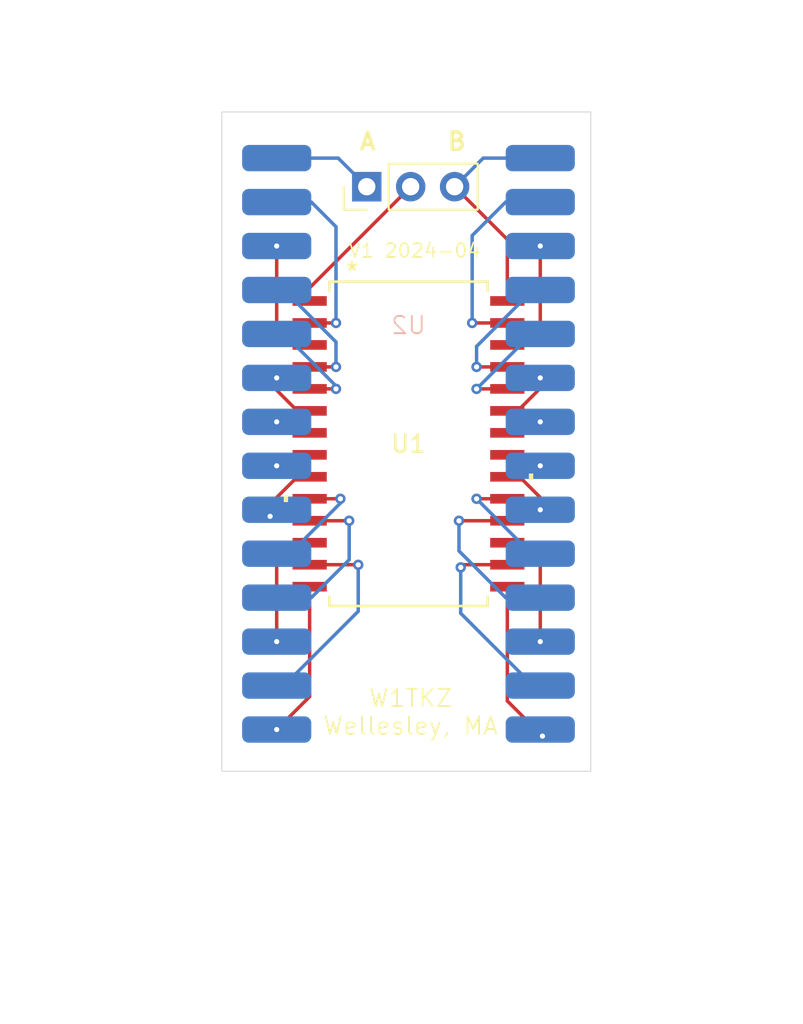
<source format=kicad_pcb>
(kicad_pcb (version 20240108) (generator "pcbnew") (generator_version "8.0")
  (title_block (title "DS1643/4 to M48T35 Adaptor Board") (date "2024-04-13") (rev "1") (company "Wellesley Amateur Radio Society W1TKZ") (comment 1 "Copyright (c) 2024 - NOT FOR COMMERCIAL USE") (comment 2 "Contact Bruce MacKinnon KC1FSZ and Dan Brown W1DAN"))
  (layers (0 "F.Cu" signal) (31 "B.Cu" signal) (34 "B.Paste" user) (35 "F.Paste" user) (36 "B.SilkS" user "B.Silkscreen") (37 "F.SilkS" user "F.Silkscreen") (38 "B.Mask" user) (39 "F.Mask" user) (44 "Edge.Cuts" user))
  (net 0 "")
  (net 1 "Net-(J3-Pin_2)")
  (net 2 "P28")
  (net 3 "Net-(J3-Pin_1)")
  (net 4 "Net-(U1-A1)")
  (net 5 "Net-(U1-A12)")
  (net 6 "P21")
  (net 7 "P24")
  (net 8 "Net-(U1-DQ0)")
  (net 9 "P27")
  (net 10 "P19")
  (net 11 "P26")
  (net 12 "Net-(U1-A5)")
  (net 13 "Net-(U1-A2)")
  (net 14 "P22")
  (net 15 "Net-(U1-A7)")
  (net 16 "P15")
  (net 17 "P25")
  (net 18 "Net-(U1-DQ2)")
  (net 19 "P20")
  (net 20 "P16")
  (net 21 "P17")
  (net 22 "Net-(U1-A6)")
  (net 23 "Net-(U1-A3)")
  (net 24 "P18")
  (net 25 "Net-(U1-A0)")
  (net 26 "Net-(U1-DQ1)")
  (net 27 "P23")
  (net 28 "Net-(U1-A4)")
  (net 29 "Net-(U1-VSS)")
  (footprint "Connector_PinHeader_2.54mm:PinHeader_1x03_P2.54mm_Vertical" (layer "F.Cu") (at 134.598 82.338 90)
    (property "Reference" "J3" (hide yes))
    (property "Value" "Conn_01x03" (hide yes))
    (fp_line (start -1.33 -1.33) (end 0 -1.33) (stroke (width 0.12)) (layer "F.SilkS"))
    (fp_line (start -1.33 0) (end -1.33 -1.33) (stroke (width 0.12)) (layer "F.SilkS"))
    (fp_line (start 1.33 1.27) (end 1.33 6.41) (stroke (width 0.12)) (layer "F.SilkS"))
    (fp_line (start -1.33 1.27) (end 1.33 1.27) (stroke (width 0.12)) (layer "F.SilkS"))
    (fp_line (start -1.33 1.27) (end -1.33 6.41) (stroke (width 0.12)) (layer "F.SilkS"))
    (fp_line (start -1.33 6.41) (end 1.33 6.41) (stroke (width 0.12)) (layer "F.SilkS"))
    (pad "1" thru_hole rect (at 0 0 90) (size 1.7 1.7) (drill 1) (layers "*.Cu" "*.Mask") (net 3 "Net-(J3-Pin_1)"))
    (pad "2" thru_hole oval (at 0 2.54 90) (size 1.7 1.7) (drill 1) (layers "*.Cu" "*.Mask") (net 1 "Net-(J3-Pin_2)"))
    (pad "3" thru_hole oval (at 0 5.08 90) (size 1.7 1.7) (drill 1) (layers "*.Cu" "*.Mask") (net 2 "P28"))
  )
  (footprint "bruce-footprints:SOH28_STM" (layer "F.Cu") (at 137.011 97.197)
    (property "Reference" "U1" (at 0 0 0) (layer "F.SilkS"))
    (property "Value" "M48T35Y-70MH1F")
    (fp_line (start -4.572 -9.3726) (end -4.572 -8.830187) (stroke (width 0.1524)) (layer "F.SilkS"))
    (fp_line (start -4.572 8.830187) (end -4.572 9.3726) (stroke (width 0.1524)) (layer "F.SilkS"))
    (fp_line (start -4.572 9.3726) (end 4.572 9.3726) (stroke (width 0.1524)) (layer "F.SilkS"))
    (fp_line (start 4.572 -9.3726) (end -4.572 -9.3726) (stroke (width 0.1524)) (layer "F.SilkS"))
    (fp_line (start 4.572 -8.830187) (end 4.572 -9.3726) (stroke (width 0.1524)) (layer "F.SilkS"))
    (fp_line (start 4.572 9.3726) (end 4.572 8.830187) (stroke (width 0.1524)) (layer "F.SilkS"))
    (fp_poly (pts (xy -7.2136 2.9845) (xy -7.2136 3.3655) (xy -6.9596 3.3655) (xy -6.9596 2.9845)) (fill solid) (layer "F.SilkS"))
    (fp_poly (pts (xy 7.2136 1.7145) (xy 7.2136 2.0955) (xy 6.9596 2.0955) (xy 6.9596 1.7145)) (fill solid) (layer "F.SilkS"))
    (fp_text user "*" (at -3.261 -9.947 0) (layer "F.SilkS"))
    (pad "1" smd rect (at -5.715 -8.255) (size 1.9812 0.5588) (layers "F.Cu" "F.Paste" "F.Mask") (net 1 "Net-(J3-Pin_2)"))
    (pad "2" smd rect (at -5.715 -6.985) (size 1.9812 0.5588) (layers "F.Cu" "F.Paste" "F.Mask") (net 5 "Net-(U1-A12)"))
    (pad "3" smd rect (at -5.715 -5.715) (size 1.9812 0.5588) (layers "F.Cu" "F.Paste" "F.Mask") (net 15 "Net-(U1-A7)"))
    (pad "4" smd rect (at -5.715 -4.445) (size 1.9812 0.5588) (layers "F.Cu" "F.Paste" "F.Mask") (net 22 "Net-(U1-A6)"))
    (pad "5" smd rect (at -5.715 -3.175) (size 1.9812 0.5588) (layers "F.Cu" "F.Paste" "F.Mask") (net 12 "Net-(U1-A5)"))
    (pad "6" smd rect (at -5.715 -1.905) (size 1.9812 0.5588) (layers "F.Cu" "F.Paste" "F.Mask") (net 28 "Net-(U1-A4)"))
    (pad "7" smd rect (at -5.715 -0.635) (size 1.9812 0.5588) (layers "F.Cu" "F.Paste" "F.Mask") (net 23 "Net-(U1-A3)"))
    (pad "8" smd rect (at -5.715 0.635) (size 1.9812 0.5588) (layers "F.Cu" "F.Paste" "F.Mask") (net 13 "Net-(U1-A2)"))
    (pad "9" smd rect (at -5.715 1.905) (size 1.9812 0.5588) (layers "F.Cu" "F.Paste" "F.Mask") (net 4 "Net-(U1-A1)"))
    (pad "10" smd rect (at -5.715 3.175) (size 1.9812 0.5588) (layers "F.Cu" "F.Paste" "F.Mask") (net 25 "Net-(U1-A0)"))
    (pad "11" smd rect (at -5.715 4.445) (size 1.9812 0.5588) (layers "F.Cu" "F.Paste" "F.Mask") (net 8 "Net-(U1-DQ0)"))
    (pad "12" smd rect (at -5.715 5.715) (size 1.9812 0.5588) (layers "F.Cu" "F.Paste" "F.Mask") (net 26 "Net-(U1-DQ1)"))
    (pad "13" smd rect (at -5.715 6.985) (size 1.9812 0.5588) (layers "F.Cu" "F.Paste" "F.Mask") (net 18 "Net-(U1-DQ2)"))
    (pad "14" smd rect (at -5.715 8.255) (size 1.9812 0.5588) (layers "F.Cu" "F.Paste" "F.Mask") (net 29 "Net-(U1-VSS)"))
    (pad "15" smd rect (at 5.715 8.255) (size 1.9812 0.5588) (layers "F.Cu" "F.Paste" "F.Mask") (net 16 "P15"))
    (pad "16" smd rect (at 5.715 6.985) (size 1.9812 0.5588) (layers "F.Cu" "F.Paste" "F.Mask") (net 20 "P16"))
    (pad "17" smd rect (at 5.715 5.715) (size 1.9812 0.5588) (layers "F.Cu" "F.Paste" "F.Mask") (net 21 "P17"))
    (pad "18" smd rect (at 5.715 4.445) (size 1.9812 0.5588) (layers "F.Cu" "F.Paste" "F.Mask") (net 24 "P18"))
    (pad "19" smd rect (at 5.715 3.175) (size 1.9812 0.5588) (layers "F.Cu" "F.Paste" "F.Mask") (net 10 "P19"))
    (pad "20" smd rect (at 5.715 1.905) (size 1.9812 0.5588) (layers "F.Cu" "F.Paste" "F.Mask") (net 19 "P20"))
    (pad "21" smd rect (at 5.715 0.635) (size 1.9812 0.5588) (layers "F.Cu" "F.Paste" "F.Mask") (net 6 "P21"))
    (pad "22" smd rect (at 5.715 -0.635) (size 1.9812 0.5588) (layers "F.Cu" "F.Paste" "F.Mask") (net 14 "P22"))
    (pad "23" smd rect (at 5.715 -1.905) (size 1.9812 0.5588) (layers "F.Cu" "F.Paste" "F.Mask") (net 27 "P23"))
    (pad "24" smd rect (at 5.715 -3.175) (size 1.9812 0.5588) (layers "F.Cu" "F.Paste" "F.Mask") (net 7 "P24"))
    (pad "25" smd rect (at 5.715 -4.445) (size 1.9812 0.5588) (layers "F.Cu" "F.Paste" "F.Mask") (net 17 "P25"))
    (pad "26" smd rect (at 5.715 -5.715) (size 1.9812 0.5588) (layers "F.Cu" "F.Paste" "F.Mask") (net 11 "P26"))
    (pad "27" smd rect (at 5.715 -6.985) (size 1.9812 0.5588) (layers "F.Cu" "F.Paste" "F.Mask") (net 9 "P27"))
    (pad "28" smd rect (at 5.715 -8.255) (size 1.9812 0.5588) (layers "F.Cu" "F.Paste" "F.Mask") (net 2 "P28"))
  )
  (footprint "bruce-footprints:DIP-28-SMD" (layer "B.Cu") (at 137.011 90.847 180)
    (property "Reference" "U2" (at 0 0.5 0) (layer "B.SilkS") (effects (font (thickness 0.1)) (justify mirror)))
    (property "Value" "~")
    (pad "1" smd roundrect (at 7.62 10.16 180) (size 4 1.524) (layers "B.Cu" "B.Paste" "B.Mask") (net 3 "Net-(J3-Pin_1)"))
    (pad "2" smd roundrect (at 7.62 7.62 180) (size 4 1.524) (layers "B.Cu" "B.Paste" "B.Mask") (net 5 "Net-(U1-A12)"))
    (pad "3" smd roundrect (at 7.62 5.08 180) (size 4 1.524) (layers "B.Cu" "B.Paste" "B.Mask") (net 15 "Net-(U1-A7)"))
    (pad "4" smd roundrect (at 7.62 2.54 180) (size 4 1.524) (layers "B.Cu" "B.Paste" "B.Mask") (net 22 "Net-(U1-A6)"))
    (pad "5" smd roundrect (at 7.62 0 180) (size 4 1.524) (layers "B.Cu" "B.Paste" "B.Mask") (net 12 "Net-(U1-A5)"))
    (pad "6" smd roundrect (at 7.62 -2.54 180) (size 4 1.524) (layers "B.Cu" "B.Paste" "B.Mask") (net 28 "Net-(U1-A4)"))
    (pad "7" smd roundrect (at 7.62 -5.08 180) (size 4 1.524) (layers "B.Cu" "B.Paste" "B.Mask") (net 23 "Net-(U1-A3)"))
    (pad "8" smd roundrect (at 7.62 -7.62 180) (size 4 1.524) (layers "B.Cu" "B.Paste" "B.Mask") (net 13 "Net-(U1-A2)"))
    (pad "9" smd roundrect (at 7.62 -10.16 180) (size 4 1.524) (layers "B.Cu" "B.Paste" "B.Mask") (net 4 "Net-(U1-A1)"))
    (pad "10" smd roundrect (at 7.62 -12.7 180) (size 4 1.524) (layers "B.Cu" "B.Paste" "B.Mask") (net 25 "Net-(U1-A0)"))
    (pad "11" smd roundrect (at 7.62 -15.24 180) (size 4 1.524) (layers "B.Cu" "B.Paste" "B.Mask") (net 8 "Net-(U1-DQ0)"))
    (pad "12" smd roundrect (at 7.62 -17.78 180) (size 4 1.524) (layers "B.Cu" "B.Paste" "B.Mask") (net 26 "Net-(U1-DQ1)"))
    (pad "13" smd roundrect (at 7.62 -20.32 180) (size 4 1.524) (layers "B.Cu" "B.Paste" "B.Mask") (net 18 "Net-(U1-DQ2)"))
    (pad "14" smd roundrect (at 7.62 -22.86 180) (size 4 1.524) (layers "B.Cu" "B.Paste" "B.Mask") (net 29 "Net-(U1-VSS)"))
    (pad "15" smd roundrect (at -7.62 -22.86 180) (size 4 1.524) (layers "B.Cu" "B.Paste" "B.Mask") (net 16 "P15"))
    (pad "16" smd roundrect (at -7.62 -20.32 180) (size 4 1.524) (layers "B.Cu" "B.Paste" "B.Mask") (net 20 "P16"))
    (pad "17" smd roundrect (at -7.62 -17.78 180) (size 4 1.524) (layers "B.Cu" "B.Paste" "B.Mask") (net 21 "P17"))
    (pad "18" smd roundrect (at -7.62 -15.24 180) (size 4 1.524) (layers "B.Cu" "B.Paste" "B.Mask") (net 24 "P18"))
    (pad "19" smd roundrect (at -7.62 -12.7 180) (size 4 1.524) (layers "B.Cu" "B.Paste" "B.Mask") (net 10 "P19"))
    (pad "20" smd roundrect (at -7.62 -10.16 180) (size 4 1.524) (layers "B.Cu" "B.Paste" "B.Mask") (net 19 "P20"))
    (pad "21" smd roundrect (at -7.62 -7.62 180) (size 4 1.524) (layers "B.Cu" "B.Paste" "B.Mask") (net 6 "P21"))
    (pad "22" smd roundrect (at -7.62 -5.08 180) (size 4 1.524) (layers "B.Cu" "B.Paste" "B.Mask") (net 14 "P22"))
    (pad "23" smd roundrect (at -7.62 -2.54 180) (size 4 1.524) (layers "B.Cu" "B.Paste" "B.Mask") (net 27 "P23"))
    (pad "24" smd roundrect (at -7.62 0 180) (size 4 1.524) (layers "B.Cu" "B.Paste" "B.Mask") (net 7 "P24"))
    (pad "25" smd roundrect (at -7.62 2.54 180) (size 4 1.524) (layers "B.Cu" "B.Paste" "B.Mask") (net 17 "P25"))
    (pad "26" smd roundrect (at -7.62 5.08 180) (size 4 1.524) (layers "B.Cu" "B.Paste" "B.Mask") (net 11 "P26"))
    (pad "27" smd roundrect (at -7.62 7.62 180) (size 4 1.524) (layers "B.Cu" "B.Paste" "B.Mask") (net 9 "P27"))
    (pad "28" smd roundrect (at -7.62 10.16 180) (size 4 1.524) (layers "B.Cu" "B.Paste" "B.Mask") (net 2 "P28"))
  )
  (gr_rect (start 126.216 78.02) (end 147.552 116.12) (stroke (width 0.05)) (fill none) (layer "Edge.Cuts"))
  (gr_text "A" (at 134.09 80.306 0) (layer "F.SilkS") (effects (font (size 1 1) (thickness 0.2) (bold yes)) (justify left bottom)))
  (gr_text "V1 2024-04" (at 133.5 86.5 0) (layer "F.SilkS") (effects (font (size 0.8 0.8) (thickness 0.1)) (justify left bottom)))
  (gr_text "B" (at 139.17 80.306 0) (layer "F.SilkS") (effects (font (size 1 1) (thickness 0.2) (bold yes)) (justify left bottom)))
  (gr_text "W1TKZ\nWellesley, MA" (at 137.138 114.088 0) (layer "F.SilkS") (effects (font (size 1 1) (thickness 0.1)) (justify bottom)))
  (segment (start 131.296 88.18) (end 137.138 82.338) (width 0.2) (layer "F.Cu") (net 1))
  (segment (start 131.296 88.942) (end 131.296 88.18) (width 0.2) (layer "F.Cu") (net 1))
  (segment (start 142.726 88.942) (end 142.726 85.386) (width 0.2) (layer "F.Cu") (net 2))
  (segment (start 142.726 85.386) (end 139.678 82.338) (width 0.2) (layer "F.Cu") (net 2))
  (segment (start 144.631 80.687) (end 141.329 80.687) (width 0.2) (layer "B.Cu") (net 2))
  (segment (start 141.329 80.687) (end 139.678 82.338) (width 0.2) (layer "B.Cu") (net 2))
  (segment (start 132.947 80.687) (end 134.598 82.338) (width 0.2) (layer "B.Cu") (net 3))
  (segment (start 129.391 80.687) (end 132.947 80.687) (width 0.2) (layer "B.Cu") (net 3))
  (segment (start 131.296 99.102) (end 130.5848 99.102) (width 0.2) (layer "F.Cu") (net 4))
  (segment (start 130.5848 99.102) (end 129.01 100.6768) (width 0.2) (layer "F.Cu") (net 4))
  (segment (start 129.01 100.6768) (end 129.01 101.388) (width 0.2) (layer "F.Cu") (net 4))
  (via (at 129.01 101.388) (size 0.6) (drill 0.3) (layers "F.Cu" "B.Cu") (net 4))
  (segment (start 131.296 90.212) (end 132.82 90.212) (width 0.2) (layer "F.Cu") (net 5))
  (via (at 132.82 90.212) (size 0.6) (drill 0.3) (layers "F.Cu" "B.Cu") (net 5))
  (segment (start 132.82 90.212) (end 132.82 84.656) (width 0.2) (layer "B.Cu") (net 5))
  (segment (start 131.391 83.227) (end 129.391 83.227) (width 0.2) (layer "B.Cu") (net 5))
  (segment (start 132.82 84.656) (end 131.391 83.227) (width 0.2) (layer "B.Cu") (net 5))
  (segment (start 143.996 97.832) (end 144.631 98.467) (width 0.2) (layer "F.Cu") (net 6))
  (segment (start 142.726 97.832) (end 143.996 97.832) (width 0.2) (layer "F.Cu") (net 6))
  (via (at 144.631 98.467) (size 0.6) (drill 0.3) (layers "F.Cu" "B.Cu") (net 6))
  (segment (start 142.726 94.022) (end 140.948 94.022) (width 0.2) (layer "F.Cu") (net 7))
  (via (at 140.948 94.022) (size 0.6) (drill 0.3) (layers "F.Cu" "B.Cu") (net 7))
  (segment (start 144.123 90.847) (end 144.631 90.847) (width 0.2) (layer "B.Cu") (net 7))
  (segment (start 140.948 94.022) (end 144.123 90.847) (width 0.2) (layer "B.Cu") (net 7))
  (segment (start 131.296 101.642) (end 133.582 101.642) (width 0.2) (layer "F.Cu") (net 8))
  (via (at 133.582 101.642) (size 0.6) (drill 0.3) (layers "F.Cu" "B.Cu") (net 8))
  (segment (start 133.582 101.642) (end 133.582 103.896) (width 0.2) (layer "B.Cu") (net 8))
  (segment (start 131.391 106.087) (end 129.391 106.087) (width 0.2) (layer "B.Cu") (net 8))
  (segment (start 133.582 103.896) (end 131.391 106.087) (width 0.2) (layer "B.Cu") (net 8))
  (segment (start 140.694 90.212) (end 142.726 90.212) (width 0.2) (layer "F.Cu") (net 9))
  (via (at 140.694 90.212) (size 0.6) (drill 0.3) (layers "F.Cu" "B.Cu") (net 9))
  (segment (start 140.694 85.164) (end 140.694 90.212) (width 0.2) (layer "B.Cu") (net 9))
  (segment (start 144.631 83.227) (end 142.631 83.227) (width 0.2) (layer "B.Cu") (net 9))
  (segment (start 142.631 83.227) (end 140.694 85.164) (width 0.2) (layer "B.Cu") (net 9))
  (segment (start 142.726 100.372) (end 140.948 100.372) (width 0.2) (layer "F.Cu") (net 10))
  (via (at 140.948 100.372) (size 0.6) (drill 0.3) (layers "F.Cu" "B.Cu") (net 10))
  (segment (start 140.948 100.372) (end 144.123 103.547) (width 0.2) (layer "B.Cu") (net 10))
  (segment (start 144.123 103.547) (end 144.631 103.547) (width 0.2) (layer "B.Cu") (net 10))
  (segment (start 142.726 91.482) (end 143.4372 91.482) (width 0.2) (layer "F.Cu") (net 11))
  (segment (start 143.4372 91.482) (end 144.631 90.2882) (width 0.2) (layer "F.Cu") (net 11))
  (segment (start 144.631 90.2882) (end 144.631 85.767) (width 0.2) (layer "F.Cu") (net 11))
  (via (at 144.631 85.767) (size 0.6) (drill 0.3) (layers "F.Cu" "B.Cu") (net 11))
  (segment (start 131.296 94.022) (end 132.82 94.022) (width 0.2) (layer "F.Cu") (net 12))
  (via (at 132.82 94.022) (size 0.6) (drill 0.3) (layers "F.Cu" "B.Cu") (net 12))
  (segment (start 132.82 94.022) (end 132.82 93.85292) (width 0.2) (layer "B.Cu") (net 12))
  (segment (start 129.81408 90.847) (end 129.391 90.847) (width 0.2) (layer "B.Cu") (net 12))
  (segment (start 132.82 93.85292) (end 129.81408 90.847) (width 0.2) (layer "B.Cu") (net 12))
  (segment (start 131.296 97.832) (end 130.026 97.832) (width 0.2) (layer "F.Cu") (net 13))
  (segment (start 130.026 97.832) (end 129.391 98.467) (width 0.2) (layer "F.Cu") (net 13))
  (via (at 129.391 98.467) (size 0.6) (drill 0.3) (layers "F.Cu" "B.Cu") (net 13))
  (segment (start 143.996 96.562) (end 144.631 95.927) (width 0.2) (layer "F.Cu") (net 14))
  (segment (start 142.726 96.562) (end 143.996 96.562) (width 0.2) (layer "F.Cu") (net 14))
  (via (at 144.631 95.927) (size 0.6) (drill 0.3) (layers "F.Cu" "B.Cu") (net 14))
  (segment (start 130.696 91.482) (end 129.391 90.177) (width 0.2) (layer "F.Cu") (net 15))
  (segment (start 129.391 90.177) (end 129.391 85.767) (width 0.2) (layer "F.Cu") (net 15))
  (segment (start 131.296 91.482) (end 130.5848 91.482) (width 0.2) (layer "F.Cu") (net 15))
  (segment (start 131.296 91.482) (end 130.696 91.482) (width 0.2) (layer "F.Cu") (net 15))
  (via (at 129.391 85.767) (size 0.6) (drill 0.3) (layers "F.Cu" "B.Cu") (net 15))
  (segment (start 142.726 105.452) (end 142.726 112.056) (width 0.2) (layer "F.Cu") (net 16))
  (segment (start 142.726 112.056) (end 144.758 114.088) (width 0.2) (layer "F.Cu") (net 16))
  (via (at 144.758 114.088) (size 0.6) (drill 0.3) (layers "F.Cu" "B.Cu") (net 16))
  (segment (start 142.726 92.752) (end 140.948 92.752) (width 0.2) (layer "F.Cu") (net 17))
  (via (at 140.948 92.752) (size 0.6) (drill 0.3) (layers "F.Cu" "B.Cu") (net 17))
  (segment (start 144.20792 88.307) (end 144.631 88.307) (width 0.2) (layer "B.Cu") (net 17))
  (segment (start 140.948 92.752) (end 140.948 91.56692) (width 0.2) (layer "B.Cu") (net 17))
  (segment (start 140.948 91.56692) (end 144.20792 88.307) (width 0.2) (layer "B.Cu") (net 17))
  (segment (start 131.296 104.182) (end 130.5848 104.182) (width 0.2) (layer "F.Cu") (net 18))
  (segment (start 134.096483 104.182) (end 134.104836 104.190353) (width 0.2) (layer "F.Cu") (net 18))
  (segment (start 131.296 104.182) (end 134.096483 104.182) (width 0.2) (layer "F.Cu") (net 18))
  (via (at 134.104836 104.190353) (size 0.6) (drill 0.3) (layers "F.Cu" "B.Cu") (net 18))
  (segment (start 134.104836 106.876244) (end 129.81408 111.167) (width 0.2) (layer "B.Cu") (net 18))
  (segment (start 129.81408 111.167) (end 129.391 111.167) (width 0.2) (layer "B.Cu") (net 18))
  (segment (start 134.104836 104.190353) (end 134.104836 106.876244) (width 0.2) (layer "B.Cu") (net 18))
  (segment (start 142.726 99.102) (end 143.4372 99.102) (width 0.2) (layer "F.Cu") (net 19))
  (segment (start 143.4372 99.102) (end 144.631 100.2958) (width 0.2) (layer "F.Cu") (net 19))
  (segment (start 144.631 100.2958) (end 144.631 101.007) (width 0.2) (layer "F.Cu") (net 19))
  (via (at 144.631 101.007) (size 0.6) (drill 0.3) (layers "F.Cu" "B.Cu") (net 19))
  (segment (start 140.186 104.182) (end 140.031735 104.336265) (width 0.2) (layer "F.Cu") (net 20))
  (segment (start 142.726 104.182) (end 140.186 104.182) (width 0.2) (layer "F.Cu") (net 20))
  (via (at 140.031735 104.336265) (size 0.6) (drill 0.3) (layers "F.Cu" "B.Cu") (net 20))
  (segment (start 140.031735 106.990815) (end 144.20792 111.167) (width 0.2) (layer "B.Cu") (net 20))
  (segment (start 144.20792 111.167) (end 144.631 111.167) (width 0.2) (layer "B.Cu") (net 20))
  (segment (start 140.031735 104.336265) (end 140.031735 106.990815) (width 0.2) (layer "B.Cu") (net 20))
  (segment (start 143.4372 102.912) (end 144.631 104.1058) (width 0.2) (layer "F.Cu") (net 21))
  (segment (start 144.631 104.1058) (end 144.631 108.627) (width 0.2) (layer "F.Cu") (net 21))
  (segment (start 142.726 102.912) (end 143.4372 102.912) (width 0.2) (layer "F.Cu") (net 21))
  (via (at 144.631 108.627) (size 0.6) (drill 0.3) (layers "F.Cu" "B.Cu") (net 21))
  (segment (start 131.296 92.752) (end 132.82 92.752) (width 0.2) (layer "F.Cu") (net 22))
  (via (at 132.82 92.752) (size 0.6) (drill 0.3) (layers "F.Cu" "B.Cu") (net 22))
  (segment (start 129.81408 88.307) (end 129.391 88.307) (width 0.2) (layer "B.Cu") (net 22))
  (segment (start 132.82 92.752) (end 132.82 91.31292) (width 0.2) (layer "B.Cu") (net 22))
  (segment (start 132.82 91.31292) (end 129.81408 88.307) (width 0.2) (layer "B.Cu") (net 22))
  (segment (start 130.026 96.562) (end 129.391 95.927) (width 0.2) (layer "F.Cu") (net 23))
  (segment (start 131.296 96.562) (end 130.026 96.562) (width 0.2) (layer "F.Cu") (net 23))
  (via (at 129.391 95.927) (size 0.6) (drill 0.3) (layers "F.Cu" "B.Cu") (net 23))
  (segment (start 142.726 101.642) (end 139.932 101.642) (width 0.2) (layer "F.Cu") (net 24))
  (via (at 139.932 101.642) (size 0.6) (drill 0.3) (layers "F.Cu" "B.Cu") (net 24))
  (segment (start 139.932 103.388) (end 142.631 106.087) (width 0.2) (layer "B.Cu") (net 24))
  (segment (start 142.631 106.087) (end 144.631 106.087) (width 0.2) (layer "B.Cu") (net 24))
  (segment (start 139.932 101.642) (end 139.932 103.388) (width 0.2) (layer "B.Cu") (net 24))
  (segment (start 131.296 100.372) (end 133.074 100.372) (width 0.2) (layer "F.Cu") (net 25))
  (via (at 133.074 100.372) (size 0.6) (drill 0.3) (layers "F.Cu" "B.Cu") (net 25))
  (segment (start 130.153 103.547) (end 129.391 103.547) (width 0.2) (layer "B.Cu") (net 25))
  (segment (start 133.074 100.626) (end 130.153 103.547) (width 0.2) (layer "B.Cu") (net 25))
  (segment (start 133.074 100.372) (end 133.074 100.626) (width 0.2) (layer "B.Cu") (net 25))
  (segment (start 129.391 104.1058) (end 129.391 108.627) (width 0.2) (layer "F.Cu") (net 26))
  (segment (start 130.5848 102.912) (end 129.391 104.1058) (width 0.2) (layer "F.Cu") (net 26))
  (segment (start 131.296 102.912) (end 130.5848 102.912) (width 0.2) (layer "F.Cu") (net 26))
  (via (at 129.391 108.627) (size 0.6) (drill 0.3) (layers "F.Cu" "B.Cu") (net 26))
  (segment (start 143.326 95.292) (end 144.631 93.987) (width 0.2) (layer "F.Cu") (net 27))
  (segment (start 142.726 95.292) (end 143.326 95.292) (width 0.2) (layer "F.Cu") (net 27))
  (segment (start 144.631 93.987) (end 144.631 93.387) (width 0.2) (layer "F.Cu") (net 27))
  (via (at 144.631 93.387) (size 0.6) (drill 0.3) (layers "F.Cu" "B.Cu") (net 27))
  (segment (start 130.5848 95.292) (end 129.391 94.0982) (width 0.2) (layer "F.Cu") (net 28))
  (segment (start 131.296 95.292) (end 130.5848 95.292) (width 0.2) (layer "F.Cu") (net 28))
  (segment (start 129.391 94.0982) (end 129.391 93.387) (width 0.2) (layer "F.Cu") (net 28))
  (via (at 129.391 93.387) (size 0.6) (drill 0.3) (layers "F.Cu" "B.Cu") (net 28))
  (segment (start 131.296 105.452) (end 131.296 111.802) (width 0.2) (layer "F.Cu") (net 29))
  (segment (start 131.296 111.802) (end 129.391 113.707) (width 0.2) (layer "F.Cu") (net 29))
  (via (at 129.391 113.707) (size 0.6) (drill 0.3) (layers "F.Cu" "B.Cu") (net 29))
)
</source>
